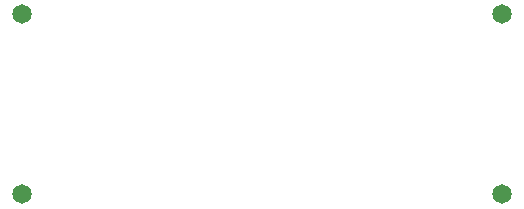
<source format=gbr>
%TF.GenerationSoftware,Novarm,DipTrace,3.3.1.3*%
%TF.CreationDate,2020-02-21T13:34:14+01:00*%
%FSLAX35Y35*%
%MOMM*%
%TF.FileFunction,NonPlated,1,2,NPTH,Drill*%
%TF.Part,Single*%
%TA.AperFunction,MechanicalDrill*%
%ADD33C,1.651*%
G75*
G01*
D33*
X5990547Y6782593D3*
Y5258593D3*
X1926547D3*
Y6782593D3*
M02*

</source>
